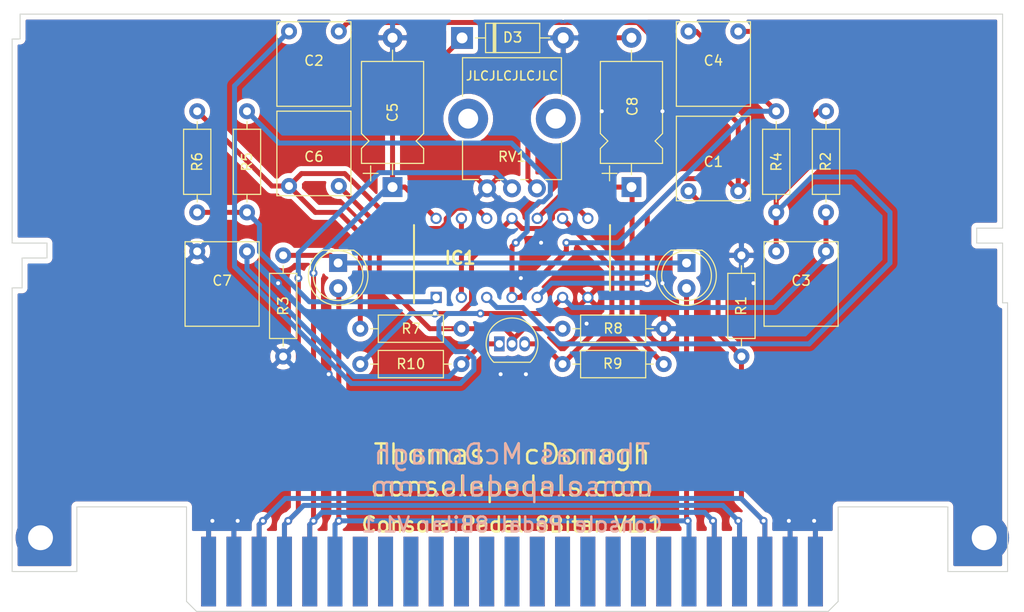
<source format=kicad_pcb>
(kicad_pcb (version 20171130) (host pcbnew "(5.1.7)-1")
  (layers (0 F.Cu signal) (31 B.Cu signal) (34 B.Paste user) (35 F.Paste user) (36 B.SilkS user) (37 F.SilkS user) (38 B.Mask user hide) (39 F.Mask user hide) (44 Edge.Cuts user))
  (net 0 "")
  (net 1 GND)
  (net 2 /LEDPower)
  (net 3 /Input)
  (net 4 /Output)
  (net 5 +9V)
  (net 6 "Net-(D1-Pad1)")
  (net 7 /pin5)
  (net 8 /pin6)
  (net 9 /pin3)
  (net 10 /pin4)
  (net 11 /pin12)
  (net 12 "Net-(C6-Pad1)")
  (net 13 "Net-(C7-Pad2)")
  (net 14 /pin10)
  (net 15 "Net-(C8-Pad2)")
  (net 16 /pin1)
  (net 17 /pin13)
  (net 18 /pin11)
  (net 19 /pin9)
  (module LED_THT:LED_D5.0mm (layer F.Cu) (at 115.25 95 270)
    (fp_text reference D1 hide)
    (fp_text value LED)
    (fp_circle (center 1.27 0) (end 3.77 0) (layer F.SilkS) (width 0.12))
    (fp_line (start -1.29 -1.545) (end -1.29 1.545) (layer F.SilkS) (width 0.12))
    (fp_arc (start 1.27 0) (end -1.29 -1.54483) (angle 148.9) (layer F.SilkS) (width 0.12))
    (fp_arc (start 1.27 0) (end -1.29 1.54483) (angle -148.9) (layer F.SilkS) (width 0.12))
    (pad 1 thru_hole rect (at 0 0 270) (size 1.8 1.8) (drill 0.9) (layers *.Cu *.Mask) (net 6 "Net-(D1-Pad1)"))
    (pad 2 thru_hole circle (at 2.54 0 270) (size 1.8 1.8) (drill 0.9) (layers *.Cu *.Mask) (net 2 /LEDPower))
  )
  (module LED_THT:LED_D5.0mm (layer F.Cu) (at 150.25 95 270)
    (fp_text reference D2 hide)
    (fp_text value LED)
    (fp_line (start -1.29 -1.545) (end -1.29 1.545) (layer F.SilkS) (width 0.12))
    (fp_circle (center 1.27 0) (end 3.77 0) (layer F.SilkS) (width 0.12))
    (fp_arc (start 1.27 0) (end -1.29 1.54483) (angle -148.9) (layer F.SilkS) (width 0.12))
    (fp_arc (start 1.27 0) (end -1.29 -1.54483) (angle 148.9) (layer F.SilkS) (width 0.12))
    (pad 2 thru_hole circle (at 2.54 0 270) (size 1.8 1.8) (drill 0.9) (layers *.Cu *.Mask) (net 2 /LEDPower))
    (pad 1 thru_hole rect (at 0 0 270) (size 1.8 1.8) (drill 0.9) (layers *.Cu *.Mask) (net 6 "Net-(D1-Pad1)"))
  )
  (module MountingHole:MountingHole_2.5mm_Pad (layer F.Cu) (at 85.35 122.6)
    (fp_text reference H1 hide)
    (fp_text value MountingHole_Pad)
    (pad 1 thru_hole circle (at 0 0) (size 5 5) (drill 2.5) (layers *.Cu *.Mask) (net 1 GND))
  )
  (module MountingHole:MountingHole_2.5mm_Pad (layer F.Cu) (at 180.15 122.6)
    (fp_text reference H2 hide)
    (fp_text value MountingHole_Pad)
    (pad 1 thru_hole circle (at 0 0) (size 5 5) (drill 2.5) (layers *.Cu *.Mask) (net 1 GND))
  )
  (module Resistor_THT:R_Axial_DIN0207_L6.3mm_D2.5mm_P10.16mm_Horizontal (layer F.Cu) (at 109.728 104.394 90)
    (fp_text reference R3 (at 5.08 0 90) (layer F.SilkS))
    (fp_text value 100K)
    (fp_line (start 1.81 -1.37) (end 1.81 1.37) (layer F.SilkS) (width 0.12))
    (fp_line (start 1.81 1.37) (end 8.35 1.37) (layer F.SilkS) (width 0.12))
    (fp_line (start 8.35 1.37) (end 8.35 -1.37) (layer F.SilkS) (width 0.12))
    (fp_line (start 8.35 -1.37) (end 1.81 -1.37) (layer F.SilkS) (width 0.12))
    (fp_line (start 1.04 0) (end 1.81 0) (layer F.SilkS) (width 0.12))
    (fp_line (start 9.12 0) (end 8.35 0) (layer F.SilkS) (width 0.12))
    (pad 1 thru_hole circle (at 0 0 90) (size 1.6 1.6) (drill 0.8) (layers *.Cu *.Mask) (net 1 GND))
    (pad 2 thru_hole oval (at 10.16 0 90) (size 1.6 1.6) (drill 0.8) (layers *.Cu *.Mask) (net 6 "Net-(D1-Pad1)"))
  )
  (module libraries:C_Flat_L7.2_H6.5 (layer F.Cu) (at 155.448 87.376 180)
    (fp_text reference C1 (at 2.5 2.54) (layer F.SilkS))
    (fp_text value 0.1uF)
    (fp_line (start 6.22 -1.37) (end 6.22 7.12) (layer F.SilkS) (width 0.12))
    (fp_line (start -1.22 -1.37) (end -1.22 7.12) (layer F.SilkS) (width 0.12))
    (fp_line (start -1.22 7.12) (end 6.22 7.12) (layer F.SilkS) (width 0.12))
    (fp_line (start -1.22 -1.37) (end 6.22 -1.37) (layer F.SilkS) (width 0.12))
    (pad 1 thru_hole circle (at 0 -0.4 180) (size 1.6 1.6) (drill 0.8) (layers *.Cu *.Mask) (net 7 /pin5))
    (pad 2 thru_hole circle (at 5 -0.4 180) (size 1.6 1.6) (drill 0.8) (layers *.Cu *.Mask) (net 3 /Input))
  )
  (module libraries:C_Flat_L7.2_H6.5 (layer F.Cu) (at 110.316 72.136)
    (fp_text reference C2 (at 2.5 2.54) (layer F.SilkS))
    (fp_text value 2200pF)
    (fp_line (start -1.22 -1.37) (end 6.22 -1.37) (layer F.SilkS) (width 0.12))
    (fp_line (start -1.22 7.12) (end 6.22 7.12) (layer F.SilkS) (width 0.12))
    (fp_line (start -1.22 -1.37) (end -1.22 7.12) (layer F.SilkS) (width 0.12))
    (fp_line (start 6.22 -1.37) (end 6.22 7.12) (layer F.SilkS) (width 0.12))
    (pad 2 thru_hole circle (at 5 -0.4) (size 1.6 1.6) (drill 0.8) (layers *.Cu *.Mask) (net 7 /pin5))
    (pad 1 thru_hole circle (at 0 -0.4) (size 1.6 1.6) (drill 0.8) (layers *.Cu *.Mask) (net 8 /pin6))
  )
  (module libraries:C_Flat_L7.2_H6.5 (layer F.Cu) (at 159.258 94.234)
    (fp_text reference C3 (at 2.5 2.54) (layer F.SilkS))
    (fp_text value 0.1uF)
    (fp_line (start 6.22 -1.37) (end 6.22 7.12) (layer F.SilkS) (width 0.12))
    (fp_line (start -1.22 -1.37) (end -1.22 7.12) (layer F.SilkS) (width 0.12))
    (fp_line (start -1.22 7.12) (end 6.22 7.12) (layer F.SilkS) (width 0.12))
    (fp_line (start -1.22 -1.37) (end 6.22 -1.37) (layer F.SilkS) (width 0.12))
    (pad 1 thru_hole circle (at 0 -0.4) (size 1.6 1.6) (drill 0.8) (layers *.Cu *.Mask) (net 9 /pin3))
    (pad 2 thru_hole circle (at 5 -0.4) (size 1.6 1.6) (drill 0.8) (layers *.Cu *.Mask) (net 8 /pin6))
  )
  (module libraries:C_Flat_L7.2_H6.5 (layer F.Cu) (at 150.448 72.136)
    (fp_text reference C4 (at 2.5 2.54) (layer F.SilkS))
    (fp_text value 4700pF)
    (fp_line (start -1.22 -1.37) (end 6.22 -1.37) (layer F.SilkS) (width 0.12))
    (fp_line (start -1.22 7.12) (end 6.22 7.12) (layer F.SilkS) (width 0.12))
    (fp_line (start -1.22 -1.37) (end -1.22 7.12) (layer F.SilkS) (width 0.12))
    (fp_line (start 6.22 -1.37) (end 6.22 7.12) (layer F.SilkS) (width 0.12))
    (pad 2 thru_hole circle (at 5 -0.4) (size 1.6 1.6) (drill 0.8) (layers *.Cu *.Mask) (net 9 /pin3))
    (pad 1 thru_hole circle (at 0 -0.4) (size 1.6 1.6) (drill 0.8) (layers *.Cu *.Mask) (net 10 /pin4))
  )
  (module Capacitor_THT:CP_Axial_L10.0mm_D6.0mm_P15.00mm_Horizontal (layer F.Cu) (at 120.715 87.376 90)
    (fp_text reference C5 (at 7.5 0 90) (layer F.SilkS))
    (fp_text value 10uF)
    (fp_line (start 13.76 0) (end 12.62 0) (layer F.SilkS) (width 0.12))
    (fp_line (start 1.24 0) (end 2.38 0) (layer F.SilkS) (width 0.12))
    (fp_line (start 5.38 3.12) (end 12.62 3.12) (layer F.SilkS) (width 0.12))
    (fp_line (start 4.63 2.37) (end 5.38 3.12) (layer F.SilkS) (width 0.12))
    (fp_line (start 3.88 3.12) (end 4.63 2.37) (layer F.SilkS) (width 0.12))
    (fp_line (start 2.38 3.12) (end 3.88 3.12) (layer F.SilkS) (width 0.12))
    (fp_line (start 5.38 -3.12) (end 12.62 -3.12) (layer F.SilkS) (width 0.12))
    (fp_line (start 4.63 -2.37) (end 5.38 -3.12) (layer F.SilkS) (width 0.12))
    (fp_line (start 3.88 -3.12) (end 4.63 -2.37) (layer F.SilkS) (width 0.12))
    (fp_line (start 2.38 -3.12) (end 3.88 -3.12) (layer F.SilkS) (width 0.12))
    (fp_line (start 12.62 -3.12) (end 12.62 3.12) (layer F.SilkS) (width 0.12))
    (fp_line (start 2.38 -3.12) (end 2.38 3.12) (layer F.SilkS) (width 0.12))
    (fp_line (start 1.38 -2.95) (end 1.38 -1.45) (layer F.SilkS) (width 0.12))
    (fp_line (start 0.63 -2.2) (end 2.13 -2.2) (layer F.SilkS) (width 0.12))
    (pad 2 thru_hole oval (at 15 0 90) (size 2 2) (drill 1) (layers *.Cu *.Mask) (net 1 GND))
    (pad 1 thru_hole rect (at 0 0 90) (size 2 2) (drill 1) (layers *.Cu *.Mask) (net 5 +9V))
  )
  (module Capacitor_THT:CP_Axial_L10.0mm_D6.0mm_P15.00mm_Horizontal (layer F.Cu) (at 144.715 87.376 90)
    (fp_text reference C8 (at 8.104999 0.096999 90) (layer F.SilkS))
    (fp_text value 10uF)
    (fp_line (start 0.63 -2.2) (end 2.13 -2.2) (layer F.SilkS) (width 0.12))
    (fp_line (start 1.38 -2.95) (end 1.38 -1.45) (layer F.SilkS) (width 0.12))
    (fp_line (start 2.38 -3.12) (end 2.38 3.12) (layer F.SilkS) (width 0.12))
    (fp_line (start 12.62 -3.12) (end 12.62 3.12) (layer F.SilkS) (width 0.12))
    (fp_line (start 2.38 -3.12) (end 3.88 -3.12) (layer F.SilkS) (width 0.12))
    (fp_line (start 3.88 -3.12) (end 4.63 -2.37) (layer F.SilkS) (width 0.12))
    (fp_line (start 4.63 -2.37) (end 5.38 -3.12) (layer F.SilkS) (width 0.12))
    (fp_line (start 5.38 -3.12) (end 12.62 -3.12) (layer F.SilkS) (width 0.12))
    (fp_line (start 2.38 3.12) (end 3.88 3.12) (layer F.SilkS) (width 0.12))
    (fp_line (start 3.88 3.12) (end 4.63 2.37) (layer F.SilkS) (width 0.12))
    (fp_line (start 4.63 2.37) (end 5.38 3.12) (layer F.SilkS) (width 0.12))
    (fp_line (start 5.38 3.12) (end 12.62 3.12) (layer F.SilkS) (width 0.12))
    (fp_line (start 1.24 0) (end 2.38 0) (layer F.SilkS) (width 0.12))
    (fp_line (start 13.76 0) (end 12.62 0) (layer F.SilkS) (width 0.12))
    (pad 1 thru_hole rect (at 0 0 90) (size 2 2) (drill 1) (layers *.Cu *.Mask) (net 14 /pin10))
    (pad 2 thru_hole oval (at 15 0 90) (size 2 2) (drill 1) (layers *.Cu *.Mask) (net 15 "Net-(C8-Pad2)"))
  )
  (module Diode_THT:D_DO-41_SOD81_P10.16mm_Horizontal (layer F.Cu) (at 127.6985 72.39)
    (fp_text reference D3 (at 5.08 -0.050201) (layer F.SilkS))
    (fp_text value 1N4001)
    (fp_line (start 2.36 -1.47) (end 2.36 1.47) (layer F.SilkS) (width 0.12))
    (fp_line (start 2.36 1.47) (end 7.8 1.47) (layer F.SilkS) (width 0.12))
    (fp_line (start 7.8 1.47) (end 7.8 -1.47) (layer F.SilkS) (width 0.12))
    (fp_line (start 7.8 -1.47) (end 2.36 -1.47) (layer F.SilkS) (width 0.12))
    (fp_line (start 1.34 0) (end 2.36 0) (layer F.SilkS) (width 0.12))
    (fp_line (start 8.82 0) (end 7.8 0) (layer F.SilkS) (width 0.12))
    (fp_line (start 3.26 -1.47) (end 3.26 1.47) (layer F.SilkS) (width 0.12))
    (fp_line (start 3.38 -1.47) (end 3.38 1.47) (layer F.SilkS) (width 0.12))
    (fp_line (start 3.14 -1.47) (end 3.14 1.47) (layer F.SilkS) (width 0.12))
    (pad 1 thru_hole rect (at 0 0) (size 2.2 2.2) (drill 1.1) (layers *.Cu *.Mask) (net 5 +9V))
    (pad 2 thru_hole oval (at 10.16 0) (size 2.2 2.2) (drill 1.1) (layers *.Cu *.Mask) (net 1 GND))
  )
  (module SamacSys_Parts:DIP794W53P254L1930H508Q14N (layer F.Cu) (at 132.715 94.488 90)
    (fp_text reference IC1 (at 0 -5.207 180) (layer F.SilkS) (effects (font (size 1.27 1.27) (thickness 0.254))))
    (fp_text value CD4069UBE hide)
    (fp_line (start -4.535 -9.845) (end 3.3 -9.845) (layer F.SilkS) (width 0.2))
    (fp_line (start -3.3 9.845) (end 3.3 9.845) (layer F.SilkS) (width 0.2))
    (pad 1 thru_hole rect (at -3.97 -7.62 90) (size 1.13 1.13) (drill 0.73) (layers *.Cu *.Mask) (net 16 /pin1))
    (pad 2 thru_hole circle (at -3.97 -5.08 90) (size 1.13 1.13) (drill 0.73) (layers *.Cu *.Mask) (net 17 /pin13))
    (pad 3 thru_hole circle (at -3.97 -2.54 90) (size 1.13 1.13) (drill 0.73) (layers *.Cu *.Mask) (net 9 /pin3))
    (pad 4 thru_hole circle (at -3.97 0 90) (size 1.13 1.13) (drill 0.73) (layers *.Cu *.Mask) (net 10 /pin4))
    (pad 5 thru_hole circle (at -3.97 2.54 90) (size 1.13 1.13) (drill 0.73) (layers *.Cu *.Mask) (net 7 /pin5))
    (pad 6 thru_hole circle (at -3.97 5.08 90) (size 1.13 1.13) (drill 0.73) (layers *.Cu *.Mask) (net 8 /pin6))
    (pad 7 thru_hole circle (at -3.97 7.62 90) (size 1.13 1.13) (drill 0.73) (layers *.Cu *.Mask) (net 1 GND))
    (pad 8 thru_hole circle (at 3.97 7.62 90) (size 1.13 1.13) (drill 0.73) (layers *.Cu *.Mask) (net 18 /pin11))
    (pad 9 thru_hole circle (at 3.97 5.08 90) (size 1.13 1.13) (drill 0.73) (layers *.Cu *.Mask) (net 19 /pin9))
    (pad 10 thru_hole circle (at 3.97 2.54 90) (size 1.13 1.13) (drill 0.73) (layers *.Cu *.Mask) (net 14 /pin10))
    (pad 11 thru_hole circle (at 3.97 0 90) (size 1.13 1.13) (drill 0.73) (layers *.Cu *.Mask) (net 18 /pin11))
    (pad 12 thru_hole circle (at 3.97 -2.54 90) (size 1.13 1.13) (drill 0.73) (layers *.Cu *.Mask) (net 11 /pin12))
    (pad 13 thru_hole circle (at 3.97 -5.08 90) (size 1.13 1.13) (drill 0.73) (layers *.Cu *.Mask) (net 17 /pin13))
    (pad 14 thru_hole circle (at 3.97 -7.62 90) (size 1.13 1.13) (drill 0.73) (layers *.Cu *.Mask) (net 5 +9V))
  )
  (module Package_TO_SOT_THT:TO-92_Inline (layer F.Cu) (at 131.445 103.124)
    (fp_text reference Q1 hide)
    (fp_text value 2N3904)
    (fp_line (start -0.53 1.85) (end 3.07 1.85) (layer F.SilkS) (width 0.12))
    (fp_arc (start 1.27 0) (end 1.27 -2.6) (angle -135) (layer F.SilkS) (width 0.12))
    (fp_arc (start 1.27 0) (end 1.27 -2.6) (angle 135) (layer F.SilkS) (width 0.12))
    (pad 2 thru_hole oval (at 1.27 0) (size 1.05 1.5) (drill 0.75) (layers *.Cu *.Mask) (net 12 "Net-(C6-Pad1)"))
    (pad 3 thru_hole oval (at 2.54 0) (size 1.05 1.5) (drill 0.75) (layers *.Cu *.Mask) (net 19 /pin9))
    (pad 1 thru_hole rect (at 0 0) (size 1.05 1.5) (drill 0.75) (layers *.Cu *.Mask) (net 13 "Net-(C7-Pad2)"))
  )
  (module Resistor_THT:R_Axial_DIN0207_L6.3mm_D2.5mm_P10.16mm_Horizontal (layer F.Cu) (at 155.7655 104.394 90)
    (fp_text reference R1 (at 5.096599 -0.034601 90) (layer F.SilkS))
    (fp_text value 1M)
    (fp_line (start 1.81 -1.37) (end 1.81 1.37) (layer F.SilkS) (width 0.12))
    (fp_line (start 1.81 1.37) (end 8.35 1.37) (layer F.SilkS) (width 0.12))
    (fp_line (start 8.35 1.37) (end 8.35 -1.37) (layer F.SilkS) (width 0.12))
    (fp_line (start 8.35 -1.37) (end 1.81 -1.37) (layer F.SilkS) (width 0.12))
    (fp_line (start 1.04 0) (end 1.81 0) (layer F.SilkS) (width 0.12))
    (fp_line (start 9.12 0) (end 8.35 0) (layer F.SilkS) (width 0.12))
    (pad 1 thru_hole circle (at 0 0 90) (size 1.6 1.6) (drill 0.8) (layers *.Cu *.Mask) (net 3 /Input))
    (pad 2 thru_hole oval (at 10.16 0 90) (size 1.6 1.6) (drill 0.8) (layers *.Cu *.Mask) (net 1 GND))
  )
  (module Resistor_THT:R_Axial_DIN0207_L6.3mm_D2.5mm_P10.16mm_Horizontal (layer F.Cu) (at 164.258 89.916 90)
    (fp_text reference R2 (at 5.096199 -0.034601 90) (layer F.SilkS))
    (fp_text value 1M)
    (fp_line (start 1.81 -1.37) (end 1.81 1.37) (layer F.SilkS) (width 0.12))
    (fp_line (start 1.81 1.37) (end 8.35 1.37) (layer F.SilkS) (width 0.12))
    (fp_line (start 8.35 1.37) (end 8.35 -1.37) (layer F.SilkS) (width 0.12))
    (fp_line (start 8.35 -1.37) (end 1.81 -1.37) (layer F.SilkS) (width 0.12))
    (fp_line (start 1.04 0) (end 1.81 0) (layer F.SilkS) (width 0.12))
    (fp_line (start 9.12 0) (end 8.35 0) (layer F.SilkS) (width 0.12))
    (pad 1 thru_hole circle (at 0 0 90) (size 1.6 1.6) (drill 0.8) (layers *.Cu *.Mask) (net 8 /pin6))
    (pad 2 thru_hole oval (at 10.16 0 90) (size 1.6 1.6) (drill 0.8) (layers *.Cu *.Mask) (net 7 /pin5))
  )
  (module Resistor_THT:R_Axial_DIN0207_L6.3mm_D2.5mm_P10.16mm_Horizontal (layer F.Cu) (at 159.258 79.756 270)
    (fp_text reference R4 (at 5.08 -0.020601 90) (layer F.SilkS))
    (fp_text value 1M)
    (fp_line (start 9.12 0) (end 8.35 0) (layer F.SilkS) (width 0.12))
    (fp_line (start 1.04 0) (end 1.81 0) (layer F.SilkS) (width 0.12))
    (fp_line (start 8.35 -1.37) (end 1.81 -1.37) (layer F.SilkS) (width 0.12))
    (fp_line (start 8.35 1.37) (end 8.35 -1.37) (layer F.SilkS) (width 0.12))
    (fp_line (start 1.81 1.37) (end 8.35 1.37) (layer F.SilkS) (width 0.12))
    (fp_line (start 1.81 -1.37) (end 1.81 1.37) (layer F.SilkS) (width 0.12))
    (pad 2 thru_hole oval (at 10.16 0 270) (size 1.6 1.6) (drill 0.8) (layers *.Cu *.Mask) (net 9 /pin3))
    (pad 1 thru_hole circle (at 0 0 270) (size 1.6 1.6) (drill 0.8) (layers *.Cu *.Mask) (net 10 /pin4))
  )
  (module Resistor_THT:R_Axial_DIN0207_L6.3mm_D2.5mm_P10.16mm_Horizontal (layer F.Cu) (at 106.092 89.916 90)
    (fp_text reference R5 (at 5.08 -0.001001 90) (layer F.SilkS))
    (fp_text value 47K)
    (fp_line (start 1.81 -1.37) (end 1.81 1.37) (layer F.SilkS) (width 0.12))
    (fp_line (start 1.81 1.37) (end 8.35 1.37) (layer F.SilkS) (width 0.12))
    (fp_line (start 8.35 1.37) (end 8.35 -1.37) (layer F.SilkS) (width 0.12))
    (fp_line (start 8.35 -1.37) (end 1.81 -1.37) (layer F.SilkS) (width 0.12))
    (fp_line (start 1.04 0) (end 1.81 0) (layer F.SilkS) (width 0.12))
    (fp_line (start 9.12 0) (end 8.35 0) (layer F.SilkS) (width 0.12))
    (pad 1 thru_hole circle (at 0 0 90) (size 1.6 1.6) (drill 0.8) (layers *.Cu *.Mask) (net 16 /pin1))
    (pad 2 thru_hole oval (at 10.16 0 90) (size 1.6 1.6) (drill 0.8) (layers *.Cu *.Mask) (net 10 /pin4))
  )
  (module Resistor_THT:R_Axial_DIN0207_L6.3mm_D2.5mm_P10.16mm_Horizontal (layer F.Cu) (at 101.092 79.756 270)
    (fp_text reference R6 (at 5.08 0.012999 90) (layer F.SilkS))
    (fp_text value 1M)
    (fp_line (start 9.12 0) (end 8.35 0) (layer F.SilkS) (width 0.12))
    (fp_line (start 1.04 0) (end 1.81 0) (layer F.SilkS) (width 0.12))
    (fp_line (start 8.35 -1.37) (end 1.81 -1.37) (layer F.SilkS) (width 0.12))
    (fp_line (start 8.35 1.37) (end 8.35 -1.37) (layer F.SilkS) (width 0.12))
    (fp_line (start 1.81 1.37) (end 8.35 1.37) (layer F.SilkS) (width 0.12))
    (fp_line (start 1.81 -1.37) (end 1.81 1.37) (layer F.SilkS) (width 0.12))
    (pad 2 thru_hole oval (at 10.16 0 270) (size 1.6 1.6) (drill 0.8) (layers *.Cu *.Mask) (net 16 /pin1))
    (pad 1 thru_hole circle (at 0 0 270) (size 1.6 1.6) (drill 0.8) (layers *.Cu *.Mask) (net 11 /pin12))
  )
  (module Resistor_THT:R_Axial_DIN0207_L6.3mm_D2.5mm_P10.16mm_Horizontal (layer F.Cu) (at 117.475 101.6)
    (fp_text reference R7 (at 5.107799 -0.006601) (layer F.SilkS))
    (fp_text value 10K)
    (fp_line (start 1.81 -1.37) (end 1.81 1.37) (layer F.SilkS) (width 0.12))
    (fp_line (start 1.81 1.37) (end 8.35 1.37) (layer F.SilkS) (width 0.12))
    (fp_line (start 8.35 1.37) (end 8.35 -1.37) (layer F.SilkS) (width 0.12))
    (fp_line (start 8.35 -1.37) (end 1.81 -1.37) (layer F.SilkS) (width 0.12))
    (fp_line (start 1.04 0) (end 1.81 0) (layer F.SilkS) (width 0.12))
    (fp_line (start 9.12 0) (end 8.35 0) (layer F.SilkS) (width 0.12))
    (pad 1 thru_hole circle (at 0 0) (size 1.6 1.6) (drill 0.8) (layers *.Cu *.Mask) (net 11 /pin12))
    (pad 2 thru_hole oval (at 10.16 0) (size 1.6 1.6) (drill 0.8) (layers *.Cu *.Mask) (net 12 "Net-(C6-Pad1)"))
  )
  (module Resistor_THT:R_Axial_DIN0207_L6.3mm_D2.5mm_P10.16mm_Horizontal (layer F.Cu) (at 137.795 101.6)
    (fp_text reference R8 (at 5.08 -0.020601) (layer F.SilkS))
    (fp_text value 10K)
    (fp_line (start 1.81 -1.37) (end 1.81 1.37) (layer F.SilkS) (width 0.12))
    (fp_line (start 1.81 1.37) (end 8.35 1.37) (layer F.SilkS) (width 0.12))
    (fp_line (start 8.35 1.37) (end 8.35 -1.37) (layer F.SilkS) (width 0.12))
    (fp_line (start 8.35 -1.37) (end 1.81 -1.37) (layer F.SilkS) (width 0.12))
    (fp_line (start 1.04 0) (end 1.81 0) (layer F.SilkS) (width 0.12))
    (fp_line (start 9.12 0) (end 8.35 0) (layer F.SilkS) (width 0.12))
    (pad 1 thru_hole circle (at 0 0) (size 1.6 1.6) (drill 0.8) (layers *.Cu *.Mask) (net 12 "Net-(C6-Pad1)"))
    (pad 2 thru_hole oval (at 10.16 0) (size 1.6 1.6) (drill 0.8) (layers *.Cu *.Mask) (net 1 GND))
  )
  (module Resistor_THT:R_Axial_DIN0207_L6.3mm_D2.5mm_P10.16mm_Horizontal (layer F.Cu) (at 147.955 105.156 180)
    (fp_text reference R9 (at 5.120499 0.045499) (layer F.SilkS))
    (fp_text value 10K)
    (fp_line (start 9.12 0) (end 8.35 0) (layer F.SilkS) (width 0.12))
    (fp_line (start 1.04 0) (end 1.81 0) (layer F.SilkS) (width 0.12))
    (fp_line (start 8.35 -1.37) (end 1.81 -1.37) (layer F.SilkS) (width 0.12))
    (fp_line (start 8.35 1.37) (end 8.35 -1.37) (layer F.SilkS) (width 0.12))
    (fp_line (start 1.81 1.37) (end 8.35 1.37) (layer F.SilkS) (width 0.12))
    (fp_line (start 1.81 -1.37) (end 1.81 1.37) (layer F.SilkS) (width 0.12))
    (pad 2 thru_hole oval (at 10.16 0 180) (size 1.6 1.6) (drill 0.8) (layers *.Cu *.Mask) (net 19 /pin9))
    (pad 1 thru_hole circle (at 0 0 180) (size 1.6 1.6) (drill 0.8) (layers *.Cu *.Mask) (net 14 /pin10))
  )
  (module Resistor_THT:R_Axial_DIN0207_L6.3mm_D2.5mm_P10.16mm_Horizontal (layer F.Cu) (at 127.635 105.156 180)
    (fp_text reference R10 (at 5.08 0.012999) (layer F.SilkS))
    (fp_text value 100K)
    (fp_line (start 9.12 0) (end 8.35 0) (layer F.SilkS) (width 0.12))
    (fp_line (start 1.04 0) (end 1.81 0) (layer F.SilkS) (width 0.12))
    (fp_line (start 8.35 -1.37) (end 1.81 -1.37) (layer F.SilkS) (width 0.12))
    (fp_line (start 8.35 1.37) (end 8.35 -1.37) (layer F.SilkS) (width 0.12))
    (fp_line (start 1.81 1.37) (end 8.35 1.37) (layer F.SilkS) (width 0.12))
    (fp_line (start 1.81 -1.37) (end 1.81 1.37) (layer F.SilkS) (width 0.12))
    (pad 2 thru_hole oval (at 10.16 0 180) (size 1.6 1.6) (drill 0.8) (layers *.Cu *.Mask) (net 18 /pin11))
    (pad 1 thru_hole circle (at 0 0 180) (size 1.6 1.6) (drill 0.8) (layers *.Cu *.Mask) (net 13 "Net-(C7-Pad2)"))
  )
  (module Potentiometer_THT:Potentiometer_Bourns_PTV09A-1_Single_Vertical (layer F.Cu) (at 135.215 87.5 90)
    (fp_text reference RV1 (at 3.172 -2.5 180) (layer F.SilkS))
    (fp_text value A10K)
    (fp_line (start 0.88 -7.47) (end 4.745 -7.47) (layer F.SilkS) (width 0.12))
    (fp_line (start 9.255 -7.47) (end 13.12 -7.47) (layer F.SilkS) (width 0.12))
    (fp_line (start 0.88 2.47) (end 4.745 2.47) (layer F.SilkS) (width 0.12))
    (fp_line (start 9.255 2.47) (end 13.12 2.47) (layer F.SilkS) (width 0.12))
    (fp_line (start 0.88 -7.47) (end 0.88 -5.871) (layer F.SilkS) (width 0.12))
    (fp_line (start 0.88 -4.129) (end 0.88 -3.37) (layer F.SilkS) (width 0.12))
    (fp_line (start 0.88 -1.629) (end 0.88 -0.87) (layer F.SilkS) (width 0.12))
    (fp_line (start 0.88 0.87) (end 0.88 2.47) (layer F.SilkS) (width 0.12))
    (fp_line (start 13.12 -7.47) (end 13.12 2.47) (layer F.SilkS) (width 0.12))
    (pad 3 thru_hole circle (at 0 -5 90) (size 1.8 1.8) (drill 1) (layers *.Cu *.Mask) (net 1 GND))
    (pad 2 thru_hole circle (at 0 -2.5 90) (size 1.8 1.8) (drill 1) (layers *.Cu *.Mask) (net 4 /Output))
    (pad 1 thru_hole circle (at 0 0 90) (size 1.8 1.8) (drill 1) (layers *.Cu *.Mask) (net 15 "Net-(C8-Pad2)"))
    (pad "" np_thru_hole circle (at 7 -6.9 90) (size 4 4) (drill 2) (layers *.Cu *.Mask))
    (pad "" np_thru_hole circle (at 7 1.9 90) (size 4 4) (drill 2) (layers *.Cu *.Mask))
  )
  (module libraries:C_Flat_L7.2_H6.5 (layer F.Cu) (at 115.316 86.868 180)
    (fp_text reference C6 (at 2.5 2.54) (layer F.SilkS))
    (fp_text value 100pF)
    (fp_line (start 6.22 -1.37) (end 6.22 7.12) (layer F.SilkS) (width 0.12))
    (fp_line (start -1.22 -1.37) (end -1.22 7.12) (layer F.SilkS) (width 0.12))
    (fp_line (start -1.22 7.12) (end 6.22 7.12) (layer F.SilkS) (width 0.12))
    (fp_line (start -1.22 -1.37) (end 6.22 -1.37) (layer F.SilkS) (width 0.12))
    (pad 2 thru_hole circle (at 5 -0.4 180) (size 1.6 1.6) (drill 0.8) (layers *.Cu *.Mask) (net 11 /pin12))
    (pad 1 thru_hole circle (at 0 -0.4 180) (size 1.6 1.6) (drill 0.8) (layers *.Cu *.Mask) (net 12 "Net-(C6-Pad1)"))
  )
  (module libraries:C_Flat_L7.2_H6.5 (layer F.Cu) (at 101.092 94.234)
    (fp_text reference C7 (at 2.5 2.54) (layer F.SilkS))
    (fp_text value 1000pF)
    (fp_line (start -1.22 -1.37) (end 6.22 -1.37) (layer F.SilkS) (width 0.12))
    (fp_line (start -1.22 7.12) (end 6.22 7.12) (layer F.SilkS) (width 0.12))
    (fp_line (start -1.22 -1.37) (end -1.22 7.12) (layer F.SilkS) (width 0.12))
    (fp_line (start 6.22 -1.37) (end 6.22 7.12) (layer F.SilkS) (width 0.12))
    (pad 1 thru_hole circle (at 0 -0.4) (size 1.6 1.6) (drill 0.8) (layers *.Cu *.Mask) (net 1 GND))
    (pad 2 thru_hole circle (at 5 -0.4) (size 1.6 1.6) (drill 0.8) (layers *.Cu *.Mask) (net 13 "Net-(C7-Pad2)"))
  )
  (module libraries:N64-Connector-Wide (layer F.Cu) (at 132.715 126)
    (fp_text reference J1 hide)
    (fp_text value Conn_02x25_Counter_Clockwise)
    (pad 50 connect rect (at 30.48 0) (size 1.5 7) (layers B.Cu B.Mask) (net 1 GND))
    (pad 49 connect rect (at 27.94 0) (size 1.5 7) (layers B.Cu B.Mask) (net 1 GND))
    (pad 48 connect rect (at 25.4 0) (size 1.5 7) (layers B.Cu B.Mask) (net 3 /Input))
    (pad 47 connect rect (at 22.86 0) (size 1.5 7) (layers B.Cu B.Mask) (net 4 /Output))
    (pad 46 connect rect (at 20.32 0) (size 1.5 7) (layers B.Cu B.Mask) (net 5 +9V))
    (pad 45 connect rect (at 17.78 0) (size 1.5 7) (layers B.Cu B.Mask) (net 2 /LEDPower))
    (pad 44 connect rect (at 15.24 0) (size 1.5 7) (layers B.Cu B.Mask))
    (pad 43 connect rect (at 12.7 0) (size 1.5 7) (layers B.Cu B.Mask))
    (pad 42 connect rect (at 10.16 0) (size 1.5 7) (layers B.Cu B.Mask))
    (pad 41 connect rect (at 7.62 0) (size 1.5 7) (layers B.Cu B.Mask))
    (pad 40 connect rect (at 5.08 0) (size 1.5 7) (layers B.Cu B.Mask))
    (pad 39 connect rect (at 2.54 0) (size 1.5 7) (layers B.Cu B.Mask))
    (pad 38 connect rect (at 0 0) (size 1.5 7) (layers B.Cu B.Mask))
    (pad 37 connect rect (at -2.54 0) (size 1.5 7) (layers B.Cu B.Mask))
    (pad 36 connect rect (at -5.08 0) (size 1.5 7) (layers B.Cu B.Mask))
    (pad 35 connect rect (at -7.62 0) (size 1.5 7) (layers B.Cu B.Mask))
    (pad 34 connect rect (at -10.16 0) (size 1.5 7) (layers B.Cu B.Mask))
    (pad 33 connect rect (at -12.7 0) (size 1.5 7) (layers B.Cu B.Mask))
    (pad 32 connect rect (at -15.24 0) (size 1.5 7) (layers B.Cu B.Mask))
    (pad 31 connect rect (at -17.78 0) (size 1.5 7) (layers B.Cu B.Mask) (net 2 /LEDPower))
    (pad 30 connect rect (at -20.32 0) (size 1.5 7) (layers B.Cu B.Mask) (net 5 +9V))
    (pad 29 connect rect (at -22.86 0) (size 1.5 7) (layers B.Cu B.Mask) (net 4 /Output))
    (pad 28 connect rect (at -25.4 0) (size 1.5 7) (layers B.Cu B.Mask) (net 3 /Input))
    (pad 27 connect rect (at -27.94 0) (size 1.5 7) (layers B.Cu B.Mask) (net 1 GND))
    (pad 26 connect rect (at -30.48 0) (size 1.5 7) (layers B.Cu B.Mask) (net 1 GND))
    (pad 25 connect rect (at 30.48 0) (size 1.5 7) (layers F.Cu F.Mask) (net 1 GND))
    (pad 24 connect rect (at 27.94 0) (size 1.5 7) (layers F.Cu F.Mask) (net 1 GND))
    (pad 23 connect rect (at 25.4 0) (size 1.5 7) (layers F.Cu F.Mask) (net 3 /Input))
    (pad 22 connect rect (at 22.86 0) (size 1.5 7) (layers F.Cu F.Mask) (net 4 /Output))
    (pad 21 connect rect (at 20.32 0) (size 1.5 7) (layers F.Cu F.Mask) (net 5 +9V))
    (pad 20 connect rect (at 17.78 0) (size 1.5 7) (layers F.Cu F.Mask) (net 2 /LEDPower))
    (pad 19 connect rect (at 15.24 0) (size 1.5 7) (layers F.Cu F.Mask))
    (pad 18 connect rect (at 12.7 0) (size 1.5 7) (layers F.Cu F.Mask))
    (pad 17 connect rect (at 10.16 0) (size 1.5 7) (layers F.Cu F.Mask))
    (pad 16 connect rect (at 7.62 0) (size 1.5 7) (layers F.Cu F.Mask))
    (pad 15 connect rect (at 5.08 0) (size 1.5 7) (layers F.Cu F.Mask))
    (pad 14 connect rect (at 2.54 0) (size 1.5 7) (layers F.Cu F.Mask))
    (pad 13 connect rect (at 0 0) (size 1.5 7) (layers F.Cu F.Mask))
    (pad 12 connect rect (at -2.54 0) (size 1.5 7) (layers F.Cu F.Mask))
    (pad 11 connect rect (at -5.08 0) (size 1.5 7) (layers F.Cu F.Mask))
    (pad 10 connect rect (at -7.62 0) (size 1.5 7) (layers F.Cu F.Mask))
    (pad 9 connect rect (at -10.16 0) (size 1.5 7) (layers F.Cu F.Mask))
    (pad 8 connect rect (at -12.7 0) (size 1.5 7) (layers F.Cu F.Mask))
    (pad 7 connect rect (at -15.24 0) (size 1.5 7) (layers F.Cu F.Mask))
    (pad 6 connect rect (at -17.78 0) (size 1.5 7) (layers F.Cu F.Mask) (net 2 /LEDPower))
    (pad 5 connect rect (at -20.32 0) (size 1.5 7) (layers F.Cu F.Mask) (net 5 +9V))
    (pad 4 connect rect (at -22.86 0) (size 1.5 7) (layers F.Cu F.Mask) (net 4 /Output))
    (pad 3 connect rect (at -25.4 0) (size 1.5 7) (layers F.Cu F.Mask) (net 3 /Input))
    (pad 2 connect rect (at -27.94 0) (size 1.5 7) (layers F.Cu F.Mask) (net 1 GND))
    (pad 1 connect rect (at -30.48 0) (size 1.5 7) (layers F.Cu F.Mask) (net 1 GND))
  )
  (gr_text JLCJLCJLCJLC (at 132.715 76.2) (layer F.SilkS) (effects (font (size 0.9 0.9))))
  (gr_line (start 182 70) (end 83.3 70) (layer Edge.Cuts) (width 0.1))
  (gr_line (start 182 70) (end 182 91.5) (layer Edge.Cuts) (width 0.1))
  (gr_line (start 182 91.5) (end 179.4 91.5) (layer Edge.Cuts) (width 0.1))
  (gr_line (start 179.4 93) (end 179.4 91.5) (layer Edge.Cuts) (width 0.1))
  (gr_line (start 182 93) (end 179.4 93) (layer Edge.Cuts) (width 0.1))
  (gr_line (start 83.3 72.5) (end 83.3 70) (layer Edge.Cuts) (width 0.1))
  (gr_line (start 82.5 72.5) (end 83.3 72.5) (layer Edge.Cuts) (width 0.1))
  (gr_line (start 82.5 93) (end 82.5 72.5) (layer Edge.Cuts) (width 0.1))
  (gr_line (start 86 93) (end 82.5 93) (layer Edge.Cuts) (width 0.1))
  (gr_text "Console Pedal 8Bitar V1.1" (at 132.715 121.285) (layer B.SilkS) (effects (font (size 1.5 1.5) (thickness 0.25)) (justify mirror)))
  (gr_text "Console Pedal 8Bitar V1.1" (at 132.715 121.285) (layer F.SilkS) (effects (font (size 1.5 1.5) (thickness 0.25))))
  (gr_text "Thomas McDonagh\nconsolepedals.com" (at 132.715 115.824) (layer B.SilkS) (effects (font (size 2 2) (thickness 0.25)) (justify mirror)))
  (gr_text "Thomas McDonagh\nconsolepedals.com" (at 132.715 115.824) (layer F.SilkS) (effects (font (size 2 2) (thickness 0.25))))
  (gr_line (start 182 93) (end 182 99) (layer Edge.Cuts) (width 0.1))
  (gr_line (start 182.5 99) (end 182 99) (layer Edge.Cuts) (width 0.1))
  (gr_line (start 182.5 126) (end 182.5 99) (layer Edge.Cuts) (width 0.1))
  (gr_line (start 182.5 126) (end 176.5 126) (layer Edge.Cuts) (width 0.1))
  (gr_line (start 176.5 119.5) (end 176.5 126) (layer Edge.Cuts) (width 0.1))
  (gr_line (start 176.5 119.5) (end 165.48 119.5) (layer Edge.Cuts) (width 0.1))
  (gr_line (start 165.48 129) (end 165.48 119.5) (layer Edge.Cuts) (width 0.1))
  (gr_line (start 165.48 129) (end 164.48 130) (layer Edge.Cuts) (width 0.1))
  (gr_line (start 86 94.5) (end 86 93) (layer Edge.Cuts) (width 0.1))
  (gr_line (start 83.5 94.5) (end 86 94.5) (layer Edge.Cuts) (width 0.1))
  (gr_line (start 83.5 97.5) (end 83.5 94.5) (layer Edge.Cuts) (width 0.1))
  (gr_line (start 82.5 97.5) (end 83.5 97.5) (layer Edge.Cuts) (width 0.1))
  (gr_line (start 82.5 126) (end 82.5 97.5) (layer Edge.Cuts) (width 0.1))
  (gr_line (start 89 126) (end 82.5 126) (layer Edge.Cuts) (width 0.1))
  (gr_line (start 89 119.5) (end 89 126) (layer Edge.Cuts) (width 0.1))
  (gr_line (start 100.02 119.5) (end 89 119.5) (layer Edge.Cuts) (width 0.1))
  (gr_line (start 100.02 129) (end 100.02 119.5) (layer Edge.Cuts) (width 0.1))
  (gr_line (start 100.02 129) (end 101.02 130) (layer Edge.Cuts) (width 0.1))
  (gr_line (start 164.48 130) (end 101.02 130) (layer Edge.Cuts) (width 0.1))
  (via (at 105.156 120.904) (size 0.8) (drill 0.4) (layers F.Cu B.Cu) (net 1))
  (segment (start 104.775 121.285) (end 105.156 120.904) (width 0.5) (layer F.Cu) (net 1))
  (segment (start 104.775 126) (end 104.775 121.285) (width 0.5) (layer F.Cu) (net 1))
  (via (at 102.616 120.904) (size 0.8) (drill 0.4) (layers F.Cu B.Cu) (net 1))
  (segment (start 102.235 121.285) (end 102.616 120.904) (width 0.5) (layer F.Cu) (net 1))
  (segment (start 102.235 126) (end 102.235 121.285) (width 0.5) (layer F.Cu) (net 1))
  (via (at 160.528 120.904) (size 0.8) (drill 0.4) (layers F.Cu B.Cu) (net 1))
  (segment (start 160.655 121.031) (end 160.528 120.904) (width 0.5) (layer F.Cu) (net 1))
  (segment (start 160.655 126) (end 160.655 121.031) (width 0.5) (layer F.Cu) (net 1))
  (segment (start 163.195 121.031) (end 163.068 120.904) (width 0.5) (layer F.Cu) (net 1))
  (via (at 163.068 120.904) (size 0.8) (drill 0.4) (layers F.Cu B.Cu) (net 1))
  (segment (start 163.195 126) (end 163.195 121.031) (width 0.5) (layer F.Cu) (net 1))
  (segment (start 104.775 121.285) (end 105.156 120.904) (width 0.5) (layer B.Cu) (net 1))
  (segment (start 104.775 126) (end 104.775 121.285) (width 0.5) (layer B.Cu) (net 1))
  (segment (start 102.235 121.285) (end 102.616 120.904) (width 0.5) (layer B.Cu) (net 1))
  (segment (start 102.235 126) (end 102.235 121.285) (width 0.5) (layer B.Cu) (net 1))
  (segment (start 160.655 121.031) (end 160.528 120.904) (width 0.5) (layer B.Cu) (net 1))
  (segment (start 160.655 126) (end 160.655 121.031) (width 0.5) (layer B.Cu) (net 1))
  (segment (start 163.195 121.031) (end 163.068 120.904) (width 0.5) (layer B.Cu) (net 1))
  (segment (start 163.195 126) (end 163.195 121.031) (width 0.5) (layer B.Cu) (net 1))
  (via (at 131.572 106.172) (size 0.8) (drill 0.4) (layers F.Cu B.Cu) (net 1))
  (via (at 134.112 106.172) (size 0.8) (drill 0.4) (layers F.Cu B.Cu) (net 1))
  (via (at 114.3 106.172) (size 0.8) (drill 0.4) (layers F.Cu B.Cu) (net 1))
  (via (at 109.22 97.028) (size 0.8) (drill 0.4) (layers F.Cu B.Cu) (net 1))
  (via (at 133.604 96.52) (size 0.8) (drill 0.4) (layers F.Cu B.Cu) (net 1))
  (via (at 141.732 79.756) (size 0.8) (drill 0.4) (layers F.Cu B.Cu) (net 1))
  (via (at 147.828 79.756) (size 0.8) (drill 0.4) (layers F.Cu B.Cu) (net 1))
  (via (at 135.636 92.964) (size 0.8) (drill 0.4) (layers F.Cu B.Cu) (net 1))
  (segment (start 133.604 94.996) (end 135.636 92.964) (width 0.5) (layer F.Cu) (net 1))
  (segment (start 133.604 96.52) (end 133.604 94.996) (width 0.5) (layer F.Cu) (net 1))
  (via (at 147.828 97.028) (size 0.8) (drill 0.4) (layers F.Cu B.Cu) (net 1))
  (via (at 156.972 97.028) (size 0.8) (drill 0.4) (layers F.Cu B.Cu) (net 1))
  (via (at 140.208 101.092) (size 0.8) (drill 0.4) (layers F.Cu B.Cu) (net 1))
  (via (at 115.316 120.904) (size 0.8) (drill 0.4) (layers F.Cu B.Cu) (net 2))
  (segment (start 114.935 121.285) (end 115.316 120.904) (width 0.5) (layer F.Cu) (net 2))
  (segment (start 114.935 126) (end 114.935 121.285) (width 0.5) (layer F.Cu) (net 2))
  (via (at 150.368 120.904) (size 0.8) (drill 0.4) (layers F.Cu B.Cu) (net 2))
  (segment (start 150.495 121.031) (end 150.368 120.904) (width 0.5) (layer F.Cu) (net 2))
  (segment (start 150.495 126) (end 150.495 121.031) (width 0.5) (layer F.Cu) (net 2))
  (segment (start 114.935 121.285) (end 115.316 120.904) (width 0.5) (layer B.Cu) (net 2))
  (segment (start 114.935 126) (end 114.935 121.285) (width 0.5) (layer B.Cu) (net 2))
  (segment (start 150.495 121.031) (end 150.368 120.904) (width 0.5) (layer B.Cu) (net 2))
  (segment (start 150.495 126) (end 150.495 121.031) (width 0.5) (layer B.Cu) (net 2))
  (segment (start 115.316 120.904) (end 150.368 120.904) (width 0.5) (layer B.Cu) (net 2))
  (segment (start 115.316 97.606) (end 115.25 97.54) (width 0.5) (layer F.Cu) (net 2))
  (segment (start 115.316 120.904) (end 115.316 97.606) (width 0.5) (layer F.Cu) (net 2))
  (segment (start 150.25 120.786) (end 150.368 120.904) (width 0.5) (layer F.Cu) (net 2))
  (segment (start 150.25 97.54) (end 150.25 120.786) (width 0.5) (layer F.Cu) (net 2))
  (segment (start 107.315 121.285) (end 107.696 120.904) (width 0.5) (layer F.Cu) (net 3))
  (via (at 107.696 120.904) (size 0.8) (drill 0.4) (layers F.Cu B.Cu) (net 3))
  (segment (start 107.315 126) (end 107.315 121.285) (width 0.5) (layer F.Cu) (net 3))
  (via (at 157.988 120.904) (size 0.8) (drill 0.4) (layers F.Cu B.Cu) (net 3))
  (segment (start 158.115 121.031) (end 157.988 120.904) (width 0.5) (layer F.Cu) (net 3))
  (segment (start 158.115 126) (end 158.115 121.031) (width 0.5) (layer F.Cu) (net 3))
  (segment (start 107.315 121.285) (end 107.696 120.904) (width 0.5) (layer B.Cu) (net 3))
  (segment (start 107.315 126) (end 107.315 121.285) (width 0.5) (layer B.Cu) (net 3))
  (segment (start 158.115 121.031) (end 157.988 120.904) (width 0.5) (layer B.Cu) (net 3))
  (segment (start 158.115 126) (end 158.115 121.031) (width 0.5) (layer B.Cu) (net 3))
  (segment (start 155.737979 118.653979) (end 157.988 120.904) (width 0.5) (layer B.Cu) (net 3))
  (segment (start 109.946021 118.653979) (end 155.737979 118.653979) (width 0.5) (layer B.Cu) (net 3))
  (segment (start 107.696 120.904) (end 109.946021 118.653979) (width 0.5) (layer B.Cu) (net 3))
  (segment (start 155.7655 118.6815) (end 157.988 120.904) (width 0.5) (layer F.Cu) (net 3))
  (segment (start 155.7655 104.394) (end 155.7655 118.6815) (width 0.5) (layer F.Cu) (net 3))
  (segment (start 153.416 102.0445) (end 153.416 90.744) (width 0.5) (layer F.Cu) (net 3))
  (segment (start 153.416 90.744) (end 150.448 87.776) (width 0.5) (layer F.Cu) (net 3))
  (segment (start 155.7655 104.394) (end 153.416 102.0445) (width 0.5) (layer F.Cu) (net 3))
  (via (at 110.236 120.904) (size 0.8) (drill 0.4) (layers F.Cu B.Cu) (net 4))
  (segment (start 109.855 121.285) (end 110.236 120.904) (width 0.5) (layer F.Cu) (net 4))
  (segment (start 109.855 126) (end 109.855 121.285) (width 0.5) (layer F.Cu) (net 4))
  (via (at 155.448 120.904) (size 0.8) (drill 0.4) (layers F.Cu B.Cu) (net 4))
  (segment (start 155.575 121.031) (end 155.448 120.904) (width 0.5) (layer F.Cu) (net 4))
  (segment (start 155.575 126) (end 155.575 121.031) (width 0.5) (layer F.Cu) (net 4))
  (segment (start 109.855 121.285) (end 110.236 120.904) (width 0.5) (layer B.Cu) (net 4))
  (segment (start 109.855 126) (end 109.855 121.285) (width 0.5) (layer B.Cu) (net 4))
  (segment (start 155.575 121.031) (end 155.448 120.904) (width 0.5) (layer B.Cu) (net 4))
  (segment (start 155.575 126) (end 155.575 121.031) (width 0.5) (layer B.Cu) (net 4))
  (segment (start 153.897989 119.353989) (end 155.448 120.904) (width 0.5) (layer B.Cu) (net 4))
  (segment (start 111.786011 119.353989) (end 153.897989 119.353989) (width 0.5) (layer B.Cu) (net 4))
  (segment (start 110.236 120.904) (end 111.786011 119.353989) (width 0.5) (layer B.Cu) (net 4))
  (via (at 111.252 96.52) (size 0.8) (drill 0.4) (layers F.Cu B.Cu) (net 4))
  (segment (start 111.252 119.888) (end 111.252 96.52) (width 0.5) (layer F.Cu) (net 4))
  (segment (start 110.236 120.904) (end 111.252 119.888) (width 0.5) (layer F.Cu) (net 4))
  (segment (start 119.354999 85.925999) (end 131.140999 85.925999) (width 0.5) (layer B.Cu) (net 4))
  (segment (start 131.140999 85.925999) (end 132.715 87.5) (width 0.5) (layer B.Cu) (net 4))
  (segment (start 111.252 94.028998) (end 119.354999 85.925999) (width 0.5) (layer B.Cu) (net 4))
  (segment (start 111.252 96.52) (end 111.252 94.028998) (width 0.5) (layer B.Cu) (net 4))
  (via (at 112.776 120.904) (size 0.8) (drill 0.4) (layers F.Cu B.Cu) (net 5))
  (segment (start 112.395 121.285) (end 112.776 120.904) (width 0.5) (layer F.Cu) (net 5))
  (segment (start 112.395 126) (end 112.395 121.285) (width 0.5) (layer F.Cu) (net 5))
  (via (at 152.908 120.904) (size 0.8) (drill 0.4) (layers F.Cu B.Cu) (net 5))
  (segment (start 153.035 121.031) (end 152.908 120.904) (width 0.5) (layer F.Cu) (net 5))
  (segment (start 153.035 126) (end 153.035 121.031) (width 0.5) (layer F.Cu) (net 5))
  (segment (start 112.395 121.285) (end 112.776 120.904) (width 0.5) (layer B.Cu) (net 5))
  (segment (start 112.395 126) (end 112.395 121.285) (width 0.5) (layer B.Cu) (net 5))
  (segment (start 153.035 121.031) (end 152.908 120.904) (width 0.5) (layer B.Cu) (net 5))
  (segment (start 153.035 126) (end 153.035 121.031) (width 0.5) (layer B.Cu) (net 5))
  (segment (start 152.057999 120.053999) (end 152.908 120.904) (width 0.5) (layer B.Cu) (net 5))
  (segment (start 113.626001 120.053999) (end 152.057999 120.053999) (width 0.5) (layer B.Cu) (net 5))
  (segment (start 112.776 120.904) (end 113.626001 120.053999) (width 0.5) (layer B.Cu) (net 5))
  (segment (start 121.953 87.376) (end 125.095 90.518) (width 0.5) (layer F.Cu) (net 5))
  (segment (start 120.715 87.376) (end 121.953 87.376) (width 0.5) (layer F.Cu) (net 5))
  (segment (start 120.715 79.3735) (end 127.6985 72.39) (width 0.5) (layer F.Cu) (net 5))
  (segment (start 120.715 87.376) (end 120.715 79.3735) (width 0.5) (layer F.Cu) (net 5))
  (via (at 112.776 96.012) (size 0.8) (drill 0.4) (layers F.Cu B.Cu) (net 5))
  (segment (start 112.776 120.904) (end 112.776 96.012) (width 0.5) (layer F.Cu) (net 5))
  (segment (start 120.263998 87.376) (end 120.715 87.376) (width 0.5) (layer B.Cu) (net 5))
  (segment (start 112.776 94.863998) (end 120.263998 87.376) (width 0.5) (layer B.Cu) (net 5))
  (segment (start 112.776 96.012) (end 112.776 94.863998) (width 0.5) (layer B.Cu) (net 5))
  (segment (start 114.484 94.234) (end 115.25 95) (width 0.5) (layer F.Cu) (net 6))
  (segment (start 109.728 94.234) (end 114.484 94.234) (width 0.5) (layer F.Cu) (net 6))
  (segment (start 115.25 95) (end 150.25 95) (width 0.5) (layer B.Cu) (net 6))
  (segment (start 163.468 79.756) (end 164.258 79.756) (width 0.5) (layer F.Cu) (net 7))
  (segment (start 155.448 87.776) (end 163.468 79.756) (width 0.5) (layer F.Cu) (net 7))
  (via (at 146.304 97.028) (size 0.8) (drill 0.4) (layers F.Cu B.Cu) (net 7))
  (segment (start 146.304 90.069998) (end 146.304 97.028) (width 0.5) (layer F.Cu) (net 7))
  (segment (start 149.847999 86.525999) (end 146.304 90.069998) (width 0.5) (layer F.Cu) (net 7))
  (segment (start 154.197999 86.525999) (end 149.847999 86.525999) (width 0.5) (layer F.Cu) (net 7))
  (segment (start 155.448 87.776) (end 154.197999 86.525999) (width 0.5) (layer F.Cu) (net 7))
  (segment (start 136.685 97.028) (end 135.255 98.458) (width 0.5) (layer B.Cu) (net 7))
  (segment (start 146.304 97.028) (end 136.685 97.028) (width 0.5) (layer B.Cu) (net 7))
  (segment (start 116.212001 70.839999) (end 115.316 71.736) (width 0.5) (layer F.Cu) (net 7))
  (segment (start 145.325001 70.839999) (end 116.212001 70.839999) (width 0.5) (layer F.Cu) (net 7))
  (segment (start 155.448 80.962998) (end 145.325001 70.839999) (width 0.5) (layer F.Cu) (net 7))
  (segment (start 155.448 87.776) (end 155.448 80.962998) (width 0.5) (layer F.Cu) (net 7))
  (segment (start 164.258 89.916) (end 164.258 93.834) (width 0.5) (layer F.Cu) (net 8))
  (segment (start 138.810001 99.473001) (end 159.098999 99.473001) (width 0.5) (layer B.Cu) (net 8))
  (segment (start 137.795 98.458) (end 138.810001 99.473001) (width 0.5) (layer B.Cu) (net 8))
  (segment (start 164.258 94.314) (end 164.258 93.834) (width 0.5) (layer B.Cu) (net 8))
  (segment (start 159.098999 99.473001) (end 164.258 94.314) (width 0.5) (layer B.Cu) (net 8))
  (via (at 129.54 100.076) (size 0.8) (drill 0.4) (layers F.Cu B.Cu) (net 8))
  (segment (start 136.177 100.076) (end 129.54 100.076) (width 0.5) (layer F.Cu) (net 8))
  (segment (start 137.795 98.458) (end 136.177 100.076) (width 0.5) (layer F.Cu) (net 8))
  (segment (start 127.534991 107.106011) (end 116.585046 107.106011) (width 0.5) (layer B.Cu) (net 8))
  (segment (start 128.885001 105.756001) (end 127.534991 107.106011) (width 0.5) (layer B.Cu) (net 8))
  (segment (start 116.585046 107.106011) (end 104.841999 95.362964) (width 0.5) (layer B.Cu) (net 8))
  (segment (start 128.885001 104.555999) (end 128.885001 105.756001) (width 0.5) (layer B.Cu) (net 8))
  (segment (start 128.235001 103.905999) (end 128.885001 104.555999) (width 0.5) (layer B.Cu) (net 8))
  (segment (start 104.841999 95.362964) (end 104.841999 77.210001) (width 0.5) (layer B.Cu) (net 8))
  (segment (start 127.034999 103.905999) (end 128.235001 103.905999) (width 0.5) (layer B.Cu) (net 8))
  (segment (start 125.376001 102.247001) (end 127.034999 103.905999) (width 0.5) (layer B.Cu) (net 8))
  (segment (start 125.376001 100.926001) (end 125.376001 102.247001) (width 0.5) (layer B.Cu) (net 8))
  (segment (start 126.226002 100.076) (end 125.376001 100.926001) (width 0.5) (layer B.Cu) (net 8))
  (segment (start 104.841999 77.210001) (end 110.316 71.736) (width 0.5) (layer B.Cu) (net 8))
  (segment (start 129.54 100.076) (end 126.226002 100.076) (width 0.5) (layer B.Cu) (net 8))
  (segment (start 159.258 93.834) (end 159.258 89.916) (width 0.5) (layer F.Cu) (net 9))
  (segment (start 159.258 89.916) (end 159.258 88.646) (width 0.5) (layer F.Cu) (net 9))
  (segment (start 159.258 88.646) (end 166.624 81.28) (width 0.5) (layer F.Cu) (net 9))
  (segment (start 166.624 81.28) (end 166.624 78.74) (width 0.5) (layer F.Cu) (net 9))
  (segment (start 159.62 71.736) (end 155.448 71.736) (width 0.5) (layer F.Cu) (net 9))
  (segment (start 166.624 78.74) (end 159.62 71.736) (width 0.5) (layer F.Cu) (net 9))
  (segment (start 133.817999 99.473001) (end 137.468998 103.124) (width 0.5) (layer B.Cu) (net 9))
  (segment (start 131.190001 99.473001) (end 133.817999 99.473001) (width 0.5) (layer B.Cu) (net 9))
  (segment (start 130.175 98.458) (end 131.190001 99.473001) (width 0.5) (layer B.Cu) (net 9))
  (segment (start 137.468998 103.124) (end 162.56 103.124) (width 0.5) (layer B.Cu) (net 9))
  (segment (start 162.56 103.124) (end 170.688 94.996) (width 0.5) (layer B.Cu) (net 9))
  (segment (start 170.688 94.996) (end 170.688 89.916) (width 0.5) (layer B.Cu) (net 9))
  (segment (start 170.688 89.916) (end 167.132 86.36) (width 0.5) (layer B.Cu) (net 9))
  (segment (start 162.814 86.36) (end 159.258 89.916) (width 0.5) (layer B.Cu) (net 9))
  (segment (start 167.132 86.36) (end 162.814 86.36) (width 0.5) (layer B.Cu) (net 9))
  (segment (start 151.238 71.736) (end 150.448 71.736) (width 0.5) (layer F.Cu) (net 10))
  (segment (start 159.258 79.756) (end 151.238 71.736) (width 0.5) (layer F.Cu) (net 10))
  (via (at 138.176 92.964) (size 0.8) (drill 0.4) (layers F.Cu B.Cu) (net 10))
  (segment (start 133.51403 98.458) (end 138.176 93.79603) (width 0.5) (layer F.Cu) (net 10))
  (segment (start 138.176 93.79603) (end 138.176 92.964) (width 0.5) (layer F.Cu) (net 10))
  (segment (start 132.715 98.458) (end 133.51403 98.458) (width 0.5) (layer F.Cu) (net 10))
  (segment (start 156.617998 79.756) (end 159.258 79.756) (width 0.5) (layer B.Cu) (net 10))
  (segment (start 143.409998 92.964) (end 156.617998 79.756) (width 0.5) (layer B.Cu) (net 10))
  (segment (start 138.176 92.964) (end 143.409998 92.964) (width 0.5) (layer B.Cu) (net 10))
  (via (at 133.096 92.964) (size 0.8) (drill 0.4) (layers F.Cu B.Cu) (net 10))
  (segment (start 132.715 93.345) (end 133.096 92.964) (width 0.5) (layer F.Cu) (net 10))
  (segment (start 132.715 98.458) (end 132.715 93.345) (width 0.5) (layer F.Cu) (net 10))
  (segment (start 109.286001 82.950001) (end 106.092 79.756) (width 0.5) (layer B.Cu) (net 10))
  (segment (start 136.565001 86.851999) (end 132.663003 82.950001) (width 0.5) (layer B.Cu) (net 10))
  (segment (start 136.565001 88.148001) (end 136.565001 86.851999) (width 0.5) (layer B.Cu) (net 10))
  (segment (start 135.863001 88.850001) (end 136.565001 88.148001) (width 0.5) (layer B.Cu) (net 10))
  (segment (start 135.420797 88.850001) (end 135.863001 88.850001) (width 0.5) (layer B.Cu) (net 10))
  (segment (start 134.239999 90.030799) (end 135.420797 88.850001) (width 0.5) (layer B.Cu) (net 10))
  (segment (start 134.239999 91.820001) (end 134.239999 90.030799) (width 0.5) (layer B.Cu) (net 10))
  (segment (start 132.663003 82.950001) (end 109.286001 82.950001) (width 0.5) (layer B.Cu) (net 10))
  (segment (start 133.096 92.964) (end 134.239999 91.820001) (width 0.5) (layer B.Cu) (net 10))
  (segment (start 108.604 87.268) (end 101.092 79.756) (width 0.5) (layer F.Cu) (net 11))
  (segment (start 110.316 87.268) (end 108.604 87.268) (width 0.5) (layer F.Cu) (net 11))
  (segment (start 117.475 101.6) (end 117.475 92.075) (width 0.5) (layer F.Cu) (net 11))
  (segment (start 117.475 92.075) (end 115.316 89.916) (width 0.5) (layer F.Cu) (net 11))
  (segment (start 112.964 89.916) (end 110.316 87.268) (width 0.5) (layer F.Cu) (net 11))
  (segment (start 115.316 89.916) (end 112.964 89.916) (width 0.5) (layer F.Cu) (net 11))
  (segment (start 121.431003 91.533001) (end 115.916001 86.017999) (width 0.5) (layer F.Cu) (net 11))
  (segment (start 115.916001 86.017999) (end 111.566001 86.017999) (width 0.5) (layer F.Cu) (net 11))
  (segment (start 125.582201 91.533001) (end 121.431003 91.533001) (width 0.5) (layer F.Cu) (net 11))
  (segment (start 126.110001 91.005201) (end 125.582201 91.533001) (width 0.5) (layer F.Cu) (net 11))
  (segment (start 111.566001 86.017999) (end 110.316 87.268) (width 0.5) (layer F.Cu) (net 11))
  (segment (start 126.110001 90.540797) (end 126.110001 91.005201) (width 0.5) (layer F.Cu) (net 11))
  (segment (start 129.159999 89.502999) (end 127.147799 89.502999) (width 0.5) (layer F.Cu) (net 11))
  (segment (start 127.147799 89.502999) (end 126.110001 90.540797) (width 0.5) (layer F.Cu) (net 11))
  (segment (start 130.175 90.518) (end 129.159999 89.502999) (width 0.5) (layer F.Cu) (net 11))
  (segment (start 132.006002 101.6) (end 127.635 101.6) (width 0.5) (layer F.Cu) (net 12))
  (segment (start 132.715 102.308998) (end 132.006002 101.6) (width 0.5) (layer F.Cu) (net 12))
  (segment (start 132.715 103.124) (end 132.715 102.308998) (width 0.5) (layer F.Cu) (net 12))
  (segment (start 133.905128 101.6) (end 137.795 101.6) (width 0.5) (layer F.Cu) (net 12))
  (segment (start 132.715 102.790128) (end 133.905128 101.6) (width 0.5) (layer F.Cu) (net 12))
  (segment (start 132.715 103.124) (end 132.715 102.790128) (width 0.5) (layer F.Cu) (net 12))
  (segment (start 127.635 101.6) (end 124.46 101.6) (width 0.5) (layer F.Cu) (net 12))
  (segment (start 124.46 101.6) (end 119.38 96.52) (width 0.5) (layer F.Cu) (net 12))
  (segment (start 119.38 91.332) (end 115.316 87.268) (width 0.5) (layer F.Cu) (net 12))
  (segment (start 119.38 96.52) (end 119.38 91.332) (width 0.5) (layer F.Cu) (net 12))
  (segment (start 129.667 103.124) (end 127.635 105.156) (width 0.5) (layer F.Cu) (net 13))
  (segment (start 131.445 103.124) (end 129.667 103.124) (width 0.5) (layer F.Cu) (net 13))
  (segment (start 106.092 95.623002) (end 106.092 93.834) (width 0.5) (layer B.Cu) (net 13))
  (segment (start 116.874999 106.406001) (end 106.092 95.623002) (width 0.5) (layer B.Cu) (net 13))
  (segment (start 126.384999 106.406001) (end 116.874999 106.406001) (width 0.5) (layer B.Cu) (net 13))
  (segment (start 127.635 105.156) (end 126.384999 106.406001) (width 0.5) (layer B.Cu) (net 13))
  (segment (start 138.397 87.376) (end 144.715 87.376) (width 0.5) (layer F.Cu) (net 14))
  (segment (start 135.255 90.518) (end 138.397 87.376) (width 0.5) (layer F.Cu) (net 14))
  (segment (start 147.955 105.156) (end 144.78 101.981) (width 0.5) (layer F.Cu) (net 14))
  (segment (start 144.78 87.441) (end 144.715 87.376) (width 0.5) (layer F.Cu) (net 14))
  (segment (start 144.78 101.981) (end 144.78 87.441) (width 0.5) (layer F.Cu) (net 14))
  (segment (start 141.612998 72.376) (end 144.715 72.376) (width 0.5) (layer F.Cu) (net 15))
  (segment (start 134.315001 79.673997) (end 141.612998 72.376) (width 0.5) (layer F.Cu) (net 15))
  (segment (start 134.315001 86.600001) (end 134.315001 79.673997) (width 0.5) (layer F.Cu) (net 15))
  (segment (start 135.215 87.5) (end 134.315001 86.600001) (width 0.5) (layer F.Cu) (net 15))
  (segment (start 101.092 89.916) (end 106.092 89.916) (width 0.5) (layer F.Cu) (net 16))
  (segment (start 107.342001 93.868003) (end 107.342001 91.166001) (width 0.5) (layer B.Cu) (net 16))
  (segment (start 112.363999 98.890001) (end 107.342001 93.868003) (width 0.5) (layer B.Cu) (net 16))
  (segment (start 124.662999 98.890001) (end 112.363999 98.890001) (width 0.5) (layer B.Cu) (net 16))
  (segment (start 107.342001 91.166001) (end 106.092 89.916) (width 0.5) (layer B.Cu) (net 16))
  (segment (start 125.095 98.458) (end 124.662999 98.890001) (width 0.5) (layer B.Cu) (net 16))
  (segment (start 127.635 98.458) (end 127.635 90.518) (width 0.5) (layer F.Cu) (net 17))
  (segment (start 139.319999 89.502999) (end 140.335 90.518) (width 0.5) (layer F.Cu) (net 18))
  (segment (start 136.779999 90.030799) (end 137.307799 89.502999) (width 0.5) (layer F.Cu) (net 18))
  (segment (start 136.779999 90.495203) (end 136.779999 90.030799) (width 0.5) (layer F.Cu) (net 18))
  (segment (start 135.742201 91.533001) (end 136.779999 90.495203) (width 0.5) (layer F.Cu) (net 18))
  (segment (start 133.730001 91.533001) (end 135.742201 91.533001) (width 0.5) (layer F.Cu) (net 18))
  (segment (start 137.307799 89.502999) (end 139.319999 89.502999) (width 0.5) (layer F.Cu) (net 18))
  (segment (start 132.715 90.518) (end 133.730001 91.533001) (width 0.5) (layer F.Cu) (net 18))
  (via (at 124.968 100.076) (size 0.8) (drill 0.4) (layers F.Cu B.Cu) (net 18))
  (segment (start 127.519202 100.076) (end 124.968 100.076) (width 0.5) (layer F.Cu) (net 18))
  (segment (start 128.650001 98.945201) (end 127.519202 100.076) (width 0.5) (layer F.Cu) (net 18))
  (segment (start 128.650001 94.582999) (end 128.650001 98.945201) (width 0.5) (layer F.Cu) (net 18))
  (segment (start 132.715 90.518) (end 128.650001 94.582999) (width 0.5) (layer F.Cu) (net 18))
  (segment (start 122.555 100.076) (end 117.475 105.156) (width 0.5) (layer B.Cu) (net 18))
  (segment (start 124.968 100.076) (end 122.555 100.076) (width 0.5) (layer B.Cu) (net 18))
  (segment (start 135.763 103.124) (end 137.795 105.156) (width 0.5) (layer F.Cu) (net 19))
  (segment (start 133.985 103.124) (end 135.763 103.124) (width 0.5) (layer F.Cu) (net 19))
  (segment (start 137.795 105.156) (end 142.748 100.203) (width 0.5) (layer F.Cu) (net 19))
  (segment (start 142.748 95.471) (end 137.795 90.518) (width 0.5) (layer F.Cu) (net 19))
  (segment (start 142.748 100.203) (end 142.748 95.471) (width 0.5) (layer F.Cu) (net 19))
  (zone (net 1) (net_name GND) (layer B.Cu) (connect_pads (clearance 0.5)) (min_thickness 0.254) (fill yes (arc_segments 32) (thermal_gap 0.508) (thermal_bridge_width 0.508))
    (polygon (pts (xy 184.15 127) (xy 175.26 127) (xy 175.26 120.65) (xy 166.37 120.65) (xy 166.37 121.92) (xy 99.06 121.92) (xy 99.06 120.65) (xy 90.17 120.65) (xy 90.17 127) (xy 81.28 127) (xy 81.28 68.58) (xy 184.15 68.58)))
  )
  (zone (net 1) (net_name GND) (layer F.Cu) (connect_pads (clearance 0.5)) (min_thickness 0.254) (fill yes (arc_segments 32) (thermal_gap 0.508) (thermal_bridge_width 0.508))
    (polygon (pts (xy 184.15 127) (xy 175.26 127) (xy 175.26 120.65) (xy 166.37 120.65) (xy 166.37 121.92) (xy 99.06 121.92) (xy 99.06 120.65) (xy 90.17 120.65) (xy 90.17 127) (xy 81.28 127) (xy 81.28 68.58) (xy 184.15 68.58)))
  )
)
</source>
